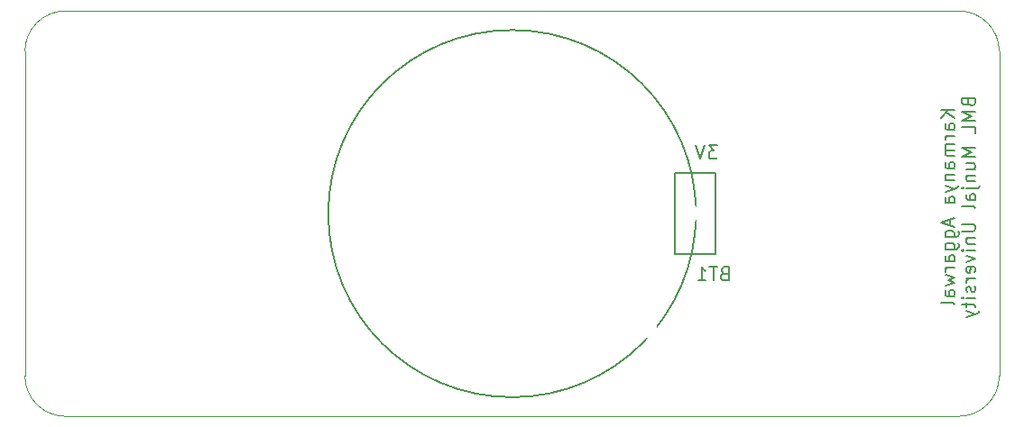
<source format=gbo>
G04 #@! TF.FileFunction,Legend,Bot*
%FSLAX46Y46*%
G04 Gerber Fmt 4.6, Leading zero omitted, Abs format (unit mm)*
G04 Created by KiCad (PCBNEW (2015-07-01 BZR 5850)-product) date Fri Aug 21 14:42:13 2015*
%MOMM*%
G01*
G04 APERTURE LIST*
%ADD10C,0.150000*%
%ADD11C,0.100000*%
%ADD12C,0.203200*%
%ADD13R,1.905000X1.905000*%
%ADD14C,1.905000*%
%ADD15C,1.778000*%
%ADD16R,1.778000X1.778000*%
%ADD17C,5.080000*%
%ADD18C,1.676400*%
%ADD19R,1.676400X1.676400*%
%ADD20C,1.397000*%
G04 APERTURE END LIST*
D10*
D11*
X262890000Y-170180000D02*
X262890000Y-200660000D01*
X175260000Y-166370000D02*
X259080000Y-166370000D01*
X171450000Y-200660000D02*
X171450000Y-170180000D01*
X259080000Y-204470000D02*
X175260000Y-204470000D01*
X259080000Y-204470000D02*
G75*
G03X262890000Y-200660000I0J3810000D01*
G01*
X175260000Y-166370000D02*
G75*
G03X171450000Y-170180000I0J-3810000D01*
G01*
X262890000Y-170180000D02*
G75*
G03X259080000Y-166370000I-3810000J0D01*
G01*
X171450000Y-200660000D02*
G75*
G03X175260000Y-204470000I3810000J0D01*
G01*
D12*
X258663924Y-175713571D02*
X257393924Y-175713571D01*
X258663924Y-176439285D02*
X257938210Y-175895000D01*
X257393924Y-176439285D02*
X258119638Y-175713571D01*
X258663924Y-177527857D02*
X257998686Y-177527857D01*
X257877733Y-177467380D01*
X257817257Y-177346428D01*
X257817257Y-177104523D01*
X257877733Y-176983571D01*
X258603448Y-177527857D02*
X258663924Y-177406904D01*
X258663924Y-177104523D01*
X258603448Y-176983571D01*
X258482495Y-176923095D01*
X258361543Y-176923095D01*
X258240590Y-176983571D01*
X258180114Y-177104523D01*
X258180114Y-177406904D01*
X258119638Y-177527857D01*
X258663924Y-178132619D02*
X257817257Y-178132619D01*
X258059162Y-178132619D02*
X257938210Y-178193095D01*
X257877733Y-178253571D01*
X257817257Y-178374524D01*
X257817257Y-178495476D01*
X258663924Y-178918809D02*
X257817257Y-178918809D01*
X257938210Y-178918809D02*
X257877733Y-178979285D01*
X257817257Y-179100238D01*
X257817257Y-179281666D01*
X257877733Y-179402618D01*
X257998686Y-179463095D01*
X258663924Y-179463095D01*
X257998686Y-179463095D02*
X257877733Y-179523571D01*
X257817257Y-179644523D01*
X257817257Y-179825952D01*
X257877733Y-179946904D01*
X257998686Y-180007380D01*
X258663924Y-180007380D01*
X258663924Y-181156428D02*
X257998686Y-181156428D01*
X257877733Y-181095951D01*
X257817257Y-180974999D01*
X257817257Y-180733094D01*
X257877733Y-180612142D01*
X258603448Y-181156428D02*
X258663924Y-181035475D01*
X258663924Y-180733094D01*
X258603448Y-180612142D01*
X258482495Y-180551666D01*
X258361543Y-180551666D01*
X258240590Y-180612142D01*
X258180114Y-180733094D01*
X258180114Y-181035475D01*
X258119638Y-181156428D01*
X257817257Y-181761190D02*
X258663924Y-181761190D01*
X257938210Y-181761190D02*
X257877733Y-181821666D01*
X257817257Y-181942619D01*
X257817257Y-182124047D01*
X257877733Y-182244999D01*
X257998686Y-182305476D01*
X258663924Y-182305476D01*
X257817257Y-182789286D02*
X258663924Y-183091667D01*
X257817257Y-183394047D02*
X258663924Y-183091667D01*
X258966305Y-182970714D01*
X259026781Y-182910238D01*
X259087257Y-182789286D01*
X258663924Y-184422143D02*
X257998686Y-184422143D01*
X257877733Y-184361666D01*
X257817257Y-184240714D01*
X257817257Y-183998809D01*
X257877733Y-183877857D01*
X258603448Y-184422143D02*
X258663924Y-184301190D01*
X258663924Y-183998809D01*
X258603448Y-183877857D01*
X258482495Y-183817381D01*
X258361543Y-183817381D01*
X258240590Y-183877857D01*
X258180114Y-183998809D01*
X258180114Y-184301190D01*
X258119638Y-184422143D01*
X258301067Y-185934048D02*
X258301067Y-186538810D01*
X258663924Y-185813095D02*
X257393924Y-186236429D01*
X258663924Y-186659762D01*
X257817257Y-187627381D02*
X258845352Y-187627381D01*
X258966305Y-187566904D01*
X259026781Y-187506428D01*
X259087257Y-187385476D01*
X259087257Y-187204047D01*
X259026781Y-187083095D01*
X258603448Y-187627381D02*
X258663924Y-187506428D01*
X258663924Y-187264524D01*
X258603448Y-187143571D01*
X258542971Y-187083095D01*
X258422019Y-187022619D01*
X258059162Y-187022619D01*
X257938210Y-187083095D01*
X257877733Y-187143571D01*
X257817257Y-187264524D01*
X257817257Y-187506428D01*
X257877733Y-187627381D01*
X257817257Y-188776429D02*
X258845352Y-188776429D01*
X258966305Y-188715952D01*
X259026781Y-188655476D01*
X259087257Y-188534524D01*
X259087257Y-188353095D01*
X259026781Y-188232143D01*
X258603448Y-188776429D02*
X258663924Y-188655476D01*
X258663924Y-188413572D01*
X258603448Y-188292619D01*
X258542971Y-188232143D01*
X258422019Y-188171667D01*
X258059162Y-188171667D01*
X257938210Y-188232143D01*
X257877733Y-188292619D01*
X257817257Y-188413572D01*
X257817257Y-188655476D01*
X257877733Y-188776429D01*
X258663924Y-189925477D02*
X257998686Y-189925477D01*
X257877733Y-189865000D01*
X257817257Y-189744048D01*
X257817257Y-189502143D01*
X257877733Y-189381191D01*
X258603448Y-189925477D02*
X258663924Y-189804524D01*
X258663924Y-189502143D01*
X258603448Y-189381191D01*
X258482495Y-189320715D01*
X258361543Y-189320715D01*
X258240590Y-189381191D01*
X258180114Y-189502143D01*
X258180114Y-189804524D01*
X258119638Y-189925477D01*
X258663924Y-190530239D02*
X257817257Y-190530239D01*
X258059162Y-190530239D02*
X257938210Y-190590715D01*
X257877733Y-190651191D01*
X257817257Y-190772144D01*
X257817257Y-190893096D01*
X257817257Y-191195477D02*
X258663924Y-191437381D01*
X258059162Y-191679286D01*
X258663924Y-191921191D01*
X257817257Y-192163096D01*
X258663924Y-193191191D02*
X257998686Y-193191191D01*
X257877733Y-193130714D01*
X257817257Y-193009762D01*
X257817257Y-192767857D01*
X257877733Y-192646905D01*
X258603448Y-193191191D02*
X258663924Y-193070238D01*
X258663924Y-192767857D01*
X258603448Y-192646905D01*
X258482495Y-192586429D01*
X258361543Y-192586429D01*
X258240590Y-192646905D01*
X258180114Y-192767857D01*
X258180114Y-193070238D01*
X258119638Y-193191191D01*
X258663924Y-193977382D02*
X258603448Y-193856429D01*
X258482495Y-193795953D01*
X257393924Y-193795953D01*
X259979886Y-174957619D02*
X260040362Y-175139048D01*
X260100838Y-175199524D01*
X260221790Y-175260000D01*
X260403219Y-175260000D01*
X260524171Y-175199524D01*
X260584648Y-175139048D01*
X260645124Y-175018095D01*
X260645124Y-174534286D01*
X259375124Y-174534286D01*
X259375124Y-174957619D01*
X259435600Y-175078572D01*
X259496076Y-175139048D01*
X259617029Y-175199524D01*
X259737981Y-175199524D01*
X259858933Y-175139048D01*
X259919410Y-175078572D01*
X259979886Y-174957619D01*
X259979886Y-174534286D01*
X260645124Y-175804286D02*
X259375124Y-175804286D01*
X260282267Y-176227619D01*
X259375124Y-176650953D01*
X260645124Y-176650953D01*
X260645124Y-177860477D02*
X260645124Y-177255715D01*
X259375124Y-177255715D01*
X260645124Y-179251429D02*
X259375124Y-179251429D01*
X260282267Y-179674762D01*
X259375124Y-180098096D01*
X260645124Y-180098096D01*
X259798457Y-181247144D02*
X260645124Y-181247144D01*
X259798457Y-180702858D02*
X260463695Y-180702858D01*
X260584648Y-180763334D01*
X260645124Y-180884287D01*
X260645124Y-181065715D01*
X260584648Y-181186667D01*
X260524171Y-181247144D01*
X259798457Y-181851906D02*
X260645124Y-181851906D01*
X259919410Y-181851906D02*
X259858933Y-181912382D01*
X259798457Y-182033335D01*
X259798457Y-182214763D01*
X259858933Y-182335715D01*
X259979886Y-182396192D01*
X260645124Y-182396192D01*
X259798457Y-183000954D02*
X260887029Y-183000954D01*
X261007981Y-182940478D01*
X261068457Y-182819525D01*
X261068457Y-182759049D01*
X259375124Y-183000954D02*
X259435600Y-182940478D01*
X259496076Y-183000954D01*
X259435600Y-183061430D01*
X259375124Y-183000954D01*
X259496076Y-183000954D01*
X260645124Y-184150002D02*
X259979886Y-184150002D01*
X259858933Y-184089525D01*
X259798457Y-183968573D01*
X259798457Y-183726668D01*
X259858933Y-183605716D01*
X260584648Y-184150002D02*
X260645124Y-184029049D01*
X260645124Y-183726668D01*
X260584648Y-183605716D01*
X260463695Y-183545240D01*
X260342743Y-183545240D01*
X260221790Y-183605716D01*
X260161314Y-183726668D01*
X260161314Y-184029049D01*
X260100838Y-184150002D01*
X260645124Y-184936193D02*
X260584648Y-184815240D01*
X260463695Y-184754764D01*
X259375124Y-184754764D01*
X259375124Y-186387621D02*
X260403219Y-186387621D01*
X260524171Y-186448097D01*
X260584648Y-186508573D01*
X260645124Y-186629526D01*
X260645124Y-186871430D01*
X260584648Y-186992383D01*
X260524171Y-187052859D01*
X260403219Y-187113335D01*
X259375124Y-187113335D01*
X259798457Y-187718097D02*
X260645124Y-187718097D01*
X259919410Y-187718097D02*
X259858933Y-187778573D01*
X259798457Y-187899526D01*
X259798457Y-188080954D01*
X259858933Y-188201906D01*
X259979886Y-188262383D01*
X260645124Y-188262383D01*
X260645124Y-188867145D02*
X259798457Y-188867145D01*
X259375124Y-188867145D02*
X259435600Y-188806669D01*
X259496076Y-188867145D01*
X259435600Y-188927621D01*
X259375124Y-188867145D01*
X259496076Y-188867145D01*
X259798457Y-189350955D02*
X260645124Y-189653336D01*
X259798457Y-189955716D01*
X260584648Y-190923335D02*
X260645124Y-190802383D01*
X260645124Y-190560478D01*
X260584648Y-190439526D01*
X260463695Y-190379050D01*
X259979886Y-190379050D01*
X259858933Y-190439526D01*
X259798457Y-190560478D01*
X259798457Y-190802383D01*
X259858933Y-190923335D01*
X259979886Y-190983812D01*
X260100838Y-190983812D01*
X260221790Y-190379050D01*
X260645124Y-191528097D02*
X259798457Y-191528097D01*
X260040362Y-191528097D02*
X259919410Y-191588573D01*
X259858933Y-191649049D01*
X259798457Y-191770002D01*
X259798457Y-191890954D01*
X260584648Y-192253811D02*
X260645124Y-192374763D01*
X260645124Y-192616668D01*
X260584648Y-192737620D01*
X260463695Y-192798096D01*
X260403219Y-192798096D01*
X260282267Y-192737620D01*
X260221790Y-192616668D01*
X260221790Y-192435239D01*
X260161314Y-192314287D01*
X260040362Y-192253811D01*
X259979886Y-192253811D01*
X259858933Y-192314287D01*
X259798457Y-192435239D01*
X259798457Y-192616668D01*
X259858933Y-192737620D01*
X260645124Y-193342382D02*
X259798457Y-193342382D01*
X259375124Y-193342382D02*
X259435600Y-193281906D01*
X259496076Y-193342382D01*
X259435600Y-193402858D01*
X259375124Y-193342382D01*
X259496076Y-193342382D01*
X259798457Y-193765715D02*
X259798457Y-194249525D01*
X259375124Y-193947144D02*
X260463695Y-193947144D01*
X260584648Y-194007620D01*
X260645124Y-194128573D01*
X260645124Y-194249525D01*
X259798457Y-194551906D02*
X260645124Y-194854287D01*
X259798457Y-195156667D02*
X260645124Y-194854287D01*
X260947505Y-194733334D01*
X261007981Y-194672858D01*
X261068457Y-194551906D01*
D10*
X233680000Y-189230000D02*
X236220000Y-189230000D01*
X236220000Y-189230000D02*
X236220000Y-181610000D01*
X236220000Y-181610000D02*
X232410000Y-181610000D01*
X232410000Y-181610000D02*
X232410000Y-189230000D01*
X232410000Y-189230000D02*
X233680000Y-189230000D01*
X234423405Y-185420000D02*
G75*
G03X234423405Y-185420000I-17253405J0D01*
G01*
D12*
X237090857Y-191044286D02*
X236909428Y-191104762D01*
X236848952Y-191165238D01*
X236788476Y-191286190D01*
X236788476Y-191467619D01*
X236848952Y-191588571D01*
X236909428Y-191649048D01*
X237030381Y-191709524D01*
X237514190Y-191709524D01*
X237514190Y-190439524D01*
X237090857Y-190439524D01*
X236969904Y-190500000D01*
X236909428Y-190560476D01*
X236848952Y-190681429D01*
X236848952Y-190802381D01*
X236909428Y-190923333D01*
X236969904Y-190983810D01*
X237090857Y-191044286D01*
X237514190Y-191044286D01*
X236425619Y-190439524D02*
X235699904Y-190439524D01*
X236062761Y-191709524D02*
X236062761Y-190439524D01*
X234611333Y-191709524D02*
X235337047Y-191709524D01*
X234974190Y-191709524D02*
X234974190Y-190439524D01*
X235095142Y-190620952D01*
X235216095Y-190741905D01*
X235337047Y-190802381D01*
X236425618Y-179009524D02*
X235639428Y-179009524D01*
X236062761Y-179493333D01*
X235881333Y-179493333D01*
X235760380Y-179553810D01*
X235699904Y-179614286D01*
X235639428Y-179735238D01*
X235639428Y-180037619D01*
X235699904Y-180158571D01*
X235760380Y-180219048D01*
X235881333Y-180279524D01*
X236244190Y-180279524D01*
X236365142Y-180219048D01*
X236425618Y-180158571D01*
X235276571Y-179009524D02*
X234853237Y-180279524D01*
X234429904Y-179009524D01*
%LPC*%
D13*
X213360000Y-185420000D03*
D14*
X233680000Y-185420000D03*
D15*
X207010000Y-196215000D03*
D16*
X207010000Y-201295000D03*
D15*
X178435000Y-196215000D03*
D16*
X178435000Y-201295000D03*
D15*
X246380000Y-196215000D03*
D16*
X246380000Y-201295000D03*
D17*
X196850000Y-170180000D03*
X237490000Y-170180000D03*
D15*
X229870000Y-196215000D03*
D16*
X229870000Y-201295000D03*
D15*
X256540000Y-196215000D03*
D16*
X256540000Y-201295000D03*
D15*
X189865000Y-196215000D03*
D16*
X189865000Y-201295000D03*
D18*
X217170000Y-194310000D03*
D19*
X219710000Y-194310000D03*
D18*
X244475000Y-185420000D03*
D19*
X247015000Y-185420000D03*
D18*
X188595000Y-187960000D03*
D19*
X191135000Y-187960000D03*
D10*
G36*
X178435000Y-172546777D02*
X177447172Y-171558949D01*
X178435000Y-170571121D01*
X179422828Y-171558949D01*
X178435000Y-172546777D01*
X178435000Y-172546777D01*
G37*
D20*
X176638949Y-173355000D03*
X178435000Y-175151051D03*
D10*
G36*
X219248223Y-188595000D02*
X220236051Y-187607172D01*
X221223879Y-188595000D01*
X220236051Y-189582828D01*
X219248223Y-188595000D01*
X219248223Y-188595000D01*
G37*
D20*
X218440000Y-186798949D03*
X216643949Y-188595000D03*
D10*
G36*
X247015000Y-172546777D02*
X246027172Y-171558949D01*
X247015000Y-170571121D01*
X248002828Y-171558949D01*
X247015000Y-172546777D01*
X247015000Y-172546777D01*
G37*
D20*
X245218949Y-173355000D03*
X247015000Y-175151051D03*
X176530000Y-180340000D03*
X179070000Y-180340000D03*
X207010000Y-187325000D03*
X207010000Y-189865000D03*
X229870000Y-187325000D03*
X229870000Y-189865000D03*
X245110000Y-191135000D03*
X247650000Y-191135000D03*
X243840000Y-180467000D03*
X243840000Y-177927000D03*
X176530000Y-187960000D03*
X179070000Y-187960000D03*
M02*

</source>
